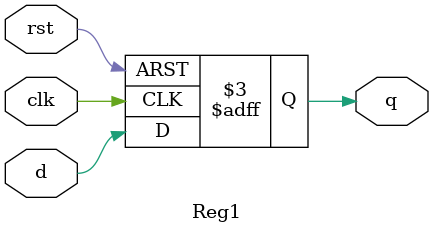
<source format=v>
`timescale 1ns / 1ps


module Reg1(
        output reg q,
        input d, 
        input clk,
        input rst
        );
        always @ (posedge clk or posedge rst) begin
        if(rst==1) begin
        q = 0;
        end
        else begin
        q<=d;
        end
        end
endmodule

</source>
